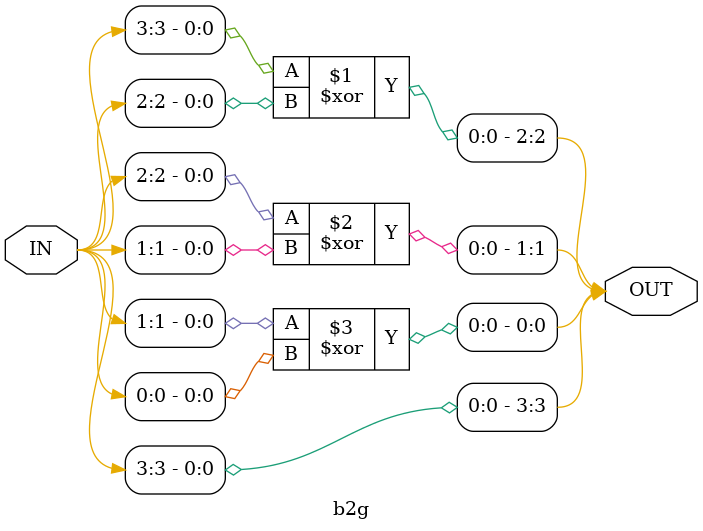
<source format=v>
module b2g #(parameter DATAWIDTH = 4)(input [DATAWIDTH-1:0] IN,output [DATAWIDTH-1:0] OUT);


// Keep the MSB as it is
assign OUT[DATAWIDTH - 1] = IN[DATAWIDTH - 1];

// XORing each subsequent bit with its neighbour 
genvar i;
generate
	for(i = DATAWIDTH-2; i >= 0; i = i - 1)begin
		assign OUT[i] = IN[i+1] ^ IN[i];
	end
endgenerate

endmodule

</source>
